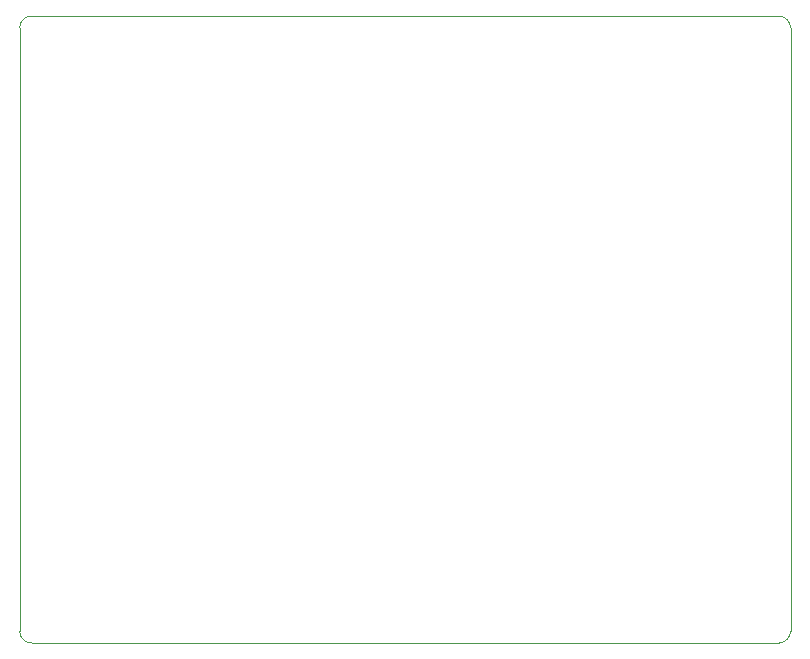
<source format=gbr>
G04 #@! TF.GenerationSoftware,KiCad,Pcbnew,(5.1.5-0-10_14)*
G04 #@! TF.CreationDate,2020-06-04T16:49:04+02:00*
G04 #@! TF.ProjectId,yuv-rgb-converter,7975762d-7267-4622-9d63-6f6e76657274,rev?*
G04 #@! TF.SameCoordinates,Original*
G04 #@! TF.FileFunction,Profile,NP*
%FSLAX46Y46*%
G04 Gerber Fmt 4.6, Leading zero omitted, Abs format (unit mm)*
G04 Created by KiCad (PCBNEW (5.1.5-0-10_14)) date 2020-06-04 16:49:04*
%MOMM*%
%LPD*%
G04 APERTURE LIST*
%ADD10C,0.050000*%
G04 APERTURE END LIST*
D10*
X87884000Y-61976000D02*
X87884000Y-113030000D01*
X152146000Y-60960000D02*
X88900000Y-60960000D01*
X153162000Y-113030000D02*
X153162000Y-61976000D01*
X88900000Y-114046000D02*
X152146000Y-114046000D01*
X88900000Y-114046000D02*
G75*
G02X87884000Y-113030000I0J1016000D01*
G01*
X153162000Y-113030000D02*
G75*
G02X152146000Y-114046000I-1016000J0D01*
G01*
X152146000Y-60960000D02*
G75*
G02X153162000Y-61976000I0J-1016000D01*
G01*
X87884000Y-61976000D02*
G75*
G02X88900000Y-60960000I1016000J0D01*
G01*
M02*

</source>
